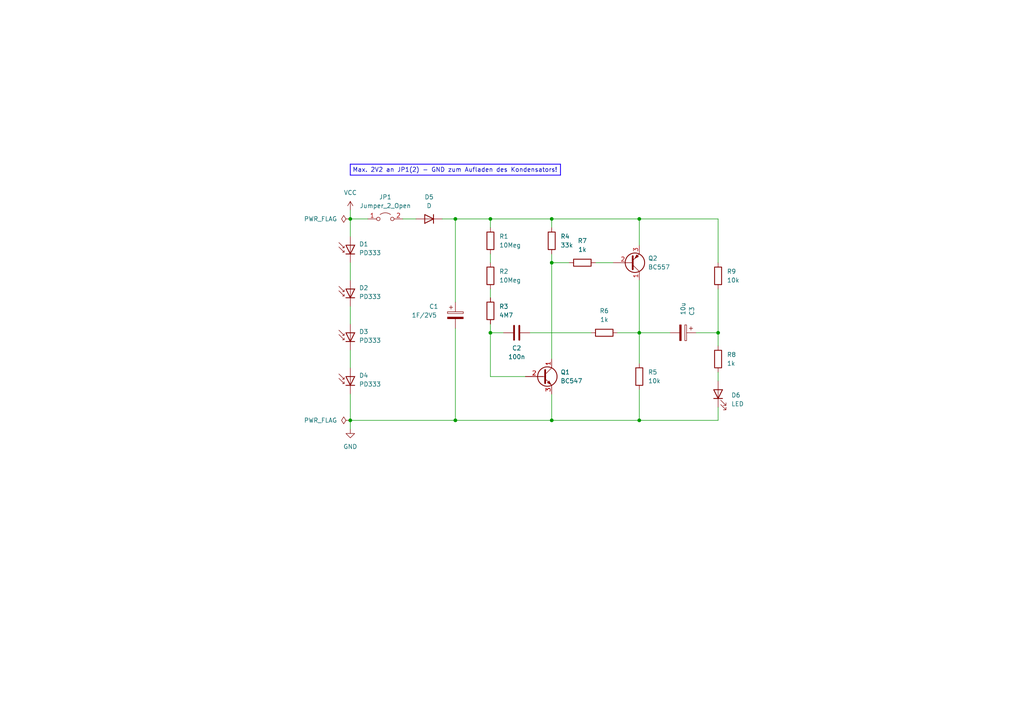
<source format=kicad_sch>
(kicad_sch (version 20230121) (generator eeschema)
  (paper "A4")
  (title_block (title "${acronym} - ${title}") (date "${date}") (rev "${revision}") (company "${company}") (comment 1 "${creator}") (comment 2 "${license}"))
  (lib_symbols
    (symbol "Device:C" (pin_numbers hide) (pin_names (offset 0.254))
      (property "Reference" "C" (at 0.635 2.54 0))
      (property "Value" "C" (at 0.635 -2.54 0))
      (symbol "C_0_1"
        (polyline (pts (xy -2.032 -0.762) (xy 2.032 -0.762)) (stroke (width 0.508)))
        (polyline (pts (xy -2.032 0.762) (xy 2.032 0.762)) (stroke (width 0.508)))
      )
      (symbol "C_1_1"
        (pin passive line (at 0 3.81 270) (length 2.794) (name "~") (number "1"))
        (pin passive line (at 0 -3.81 90) (length 2.794) (name "~") (number "2"))
      )
    )
    (symbol "Device:C_Polarized" (pin_numbers hide) (pin_names (offset 0.254))
      (property "Reference" "C" (at 0.635 2.54 0))
      (property "Value" "C_Polarized" (at 0.635 -2.54 0))
      (symbol "C_Polarized_0_1"
        (rectangle (start -2.286 0.508) (end 2.286 1.016))
        (polyline (pts (xy -1.778 2.286) (xy -0.762 2.286)))
        (polyline (pts (xy -1.27 2.794) (xy -1.27 1.778)))
        (rectangle (start 2.286 -0.508) (end -2.286 -1.016) (fill (type outline)))
      )
      (symbol "C_Polarized_1_1"
        (pin passive line (at 0 3.81 270) (length 2.794) (name "~") (number "1"))
        (pin passive line (at 0 -3.81 90) (length 2.794) (name "~") (number "2"))
      )
    )
    (symbol "Device:D" (pin_numbers hide) (pin_names (offset 1.016) hide)
      (property "Reference" "D" (at 0 2.54 0))
      (property "Value" "D" (at 0 -2.54 0))
      (symbol "D_0_1"
        (polyline (pts (xy -1.27 1.27) (xy -1.27 -1.27)) (stroke (width 0.254)))
        (polyline (pts (xy 1.27 0) (xy -1.27 0)))
        (polyline (pts (xy 1.27 1.27) (xy 1.27 -1.27) (xy -1.27 0) (xy 1.27 1.27)) (stroke (width 0.254)))
      )
      (symbol "D_1_1"
        (pin passive line (at -3.81 0 0) (length 2.54) (name "K") (number "1"))
        (pin passive line (at 3.81 0 180) (length 2.54) (name "A") (number "2"))
      )
    )
    (symbol "Device:D_Photo" (pin_numbers hide) (pin_names hide)
      (property "Reference" "D" (at 0.508 1.778 0))
      (property "Value" "D_Photo" (at -1.016 -2.794 0))
      (symbol "D_Photo_0_1"
        (polyline (pts (xy -2.54 1.27) (xy -2.54 -1.27)) (stroke (width 0.254)))
        (polyline (pts (xy -2.032 1.778) (xy -1.524 1.778)))
        (polyline (pts (xy 0 0) (xy -2.54 0)))
        (polyline (pts (xy -0.508 3.302) (xy -2.032 1.778) (xy -2.032 2.286)))
        (polyline (pts (xy 0 -1.27) (xy 0 1.27) (xy -2.54 0) (xy 0 -1.27)) (stroke (width 0.254)))
        (polyline (pts (xy 0.762 3.302) (xy -0.762 1.778) (xy -0.762 2.286) (xy -0.762 1.778) (xy -0.254 1.778)))
      )
      (symbol "D_Photo_1_1"
        (pin passive line (at -5.08 0 0) (length 2.54) (name "K") (number "1"))
        (pin passive line (at 2.54 0 180) (length 2.54) (name "A") (number "2"))
      )
    )
    (symbol "Device:LED" (pin_numbers hide) (pin_names (offset 1.016) hide)
      (property "Reference" "D" (at 0 2.54 0))
      (property "Value" "LED" (at 0 -2.54 0))
      (symbol "LED_0_1"
        (polyline (pts (xy -1.27 -1.27) (xy -1.27 1.27)) (stroke (width 0.254)))
        (polyline (pts (xy -1.27 0) (xy 1.27 0)))
        (polyline (pts (xy 1.27 -1.27) (xy 1.27 1.27) (xy -1.27 0) (xy 1.27 -1.27)) (stroke (width 0.254)))
        (polyline (pts (xy -3.048 -0.762) (xy -4.572 -2.286) (xy -3.81 -2.286) (xy -4.572 -2.286) (xy -4.572 -1.524)))
        (polyline (pts (xy -1.778 -0.762) (xy -3.302 -2.286) (xy -2.54 -2.286) (xy -3.302 -2.286) (xy -3.302 -1.524)))
      )
      (symbol "LED_1_1"
        (pin passive line (at -3.81 0 0) (length 2.54) (name "K") (number "1"))
        (pin passive line (at 3.81 0 180) (length 2.54) (name "A") (number "2"))
      )
    )
    (symbol "Device:R" (pin_numbers hide) (pin_names (offset 0))
      (property "Reference" "R" (at 2.032 0 90))
      (property "Value" "R" (at 0 0 90))
      (symbol "R_0_1"
        (rectangle (start -1.016 -2.54) (end 1.016 2.54) (stroke (width 0.254)))
      )
      (symbol "R_1_1"
        (pin passive line (at 0 3.81 270) (length 1.27) (name "~") (number "1"))
        (pin passive line (at 0 -3.81 90) (length 1.27) (name "~") (number "2"))
      )
    )
    (symbol "Jumper:Jumper_2_Open" (pin_names (offset 0) hide)
      (property "Reference" "JP" (at 0 2.794 0))
      (property "Value" "Jumper_2_Open" (at 0 -2.286 0))
      (symbol "Jumper_2_Open_0_0"
        (circle (center -2.032 0) (radius 0.508))
        (circle (center 2.032 0) (radius 0.508))
      )
      (symbol "Jumper_2_Open_0_1"
        (arc (start 1.524 1.27) (mid 0 1.778) (end -1.524 1.27))
      )
      (symbol "Jumper_2_Open_1_1"
        (pin passive line (at -5.08 0 0) (length 2.54) (name "A") (number "1"))
        (pin passive line (at 5.08 0 180) (length 2.54) (name "B") (number "2"))
      )
    )
    (symbol "Transistor_BJT:BC547" (pin_names (offset 0) hide)
      (property "Reference" "Q" (at 5.08 1.905 0))
      (property "Value" "BC547" (at 5.08 0 0))
      (symbol "BC547_0_1"
        (polyline (pts (xy 0 0) (xy 0.635 0)))
        (polyline (pts (xy 0.635 0.635) (xy 2.54 2.54)))
        (polyline (pts (xy 0.635 -0.635) (xy 2.54 -2.54) (xy 2.54 -2.54)))
        (polyline (pts (xy 0.635 1.905) (xy 0.635 -1.905) (xy 0.635 -1.905)) (stroke (width 0.508)))
        (polyline (pts (xy 1.27 -1.778) (xy 1.778 -1.27) (xy 2.286 -2.286) (xy 1.27 -1.778) (xy 1.27 -1.778)) (fill (type outline)))
        (circle (center 1.27 0) (radius 2.8194) (stroke (width 0.254)))
      )
      (symbol "BC547_1_1"
        (pin passive line (at 2.54 5.08 270) (length 2.54) (name "C") (number "1"))
        (pin input line (at -5.08 0 0) (length 5.08) (name "B") (number "2"))
        (pin passive line (at 2.54 -5.08 90) (length 2.54) (name "E") (number "3"))
      )
    )
    (symbol "Transistor_BJT:BC557" (pin_names (offset 0) hide)
      (property "Reference" "Q" (at 5.08 1.905 0))
      (property "Value" "BC557" (at 5.08 0 0))
      (symbol "BC557_0_1"
        (polyline (pts (xy 0.635 0.635) (xy 2.54 2.54)))
        (polyline (pts (xy 0.635 -0.635) (xy 2.54 -2.54) (xy 2.54 -2.54)))
        (polyline (pts (xy 0.635 1.905) (xy 0.635 -1.905) (xy 0.635 -1.905)) (stroke (width 0.508)))
        (polyline (pts (xy 2.286 -1.778) (xy 1.778 -2.286) (xy 1.27 -1.27) (xy 2.286 -1.778) (xy 2.286 -1.778)) (fill (type outline)))
        (circle (center 1.27 0) (radius 2.8194) (stroke (width 0.254)))
      )
      (symbol "BC557_1_1"
        (pin passive line (at 2.54 5.08 270) (length 2.54) (name "C") (number "1"))
        (pin input line (at -5.08 0 0) (length 5.715) (name "B") (number "2"))
        (pin passive line (at 2.54 -5.08 90) (length 2.54) (name "E") (number "3"))
      )
    )
    (symbol "power:GND" (power) (pin_names (offset 0))
      (property "Value" "GND" (at 0 -3.81 0))
      (symbol "GND_0_1"
        (polyline (pts (xy 0 0) (xy 0 -1.27) (xy 1.27 -1.27) (xy 0 -2.54) (xy -1.27 -1.27) (xy 0 -1.27)))
      )
      (symbol "GND_1_1"
        (pin power_in line (at 0 0 270) (length 0) hide (name "GND") (number "1"))
      )
    )
    (symbol "power:PWR_FLAG" (power) (pin_numbers hide) (pin_names (offset 0) hide)
      (property "Value" "PWR_FLAG" (at 0 3.81 0))
      (symbol "PWR_FLAG_0_0"
        (pin power_out line (at 0 0 90) (length 0) (name "pwr") (number "1"))
      )
      (symbol "PWR_FLAG_0_1"
        (polyline (pts (xy 0 0) (xy 0 1.27) (xy -1.016 1.905) (xy 0 2.54) (xy 1.016 1.905) (xy 0 1.27)))
      )
    )
    (symbol "power:VCC" (power) (pin_names (offset 0))
      (property "Value" "VCC" (at 0 3.81 0))
      (symbol "VCC_0_1"
        (polyline (pts (xy -0.762 1.27) (xy 0 2.54)))
        (polyline (pts (xy 0 0) (xy 0 2.54)))
        (polyline (pts (xy 0 2.54) (xy 0.762 1.27)))
      )
      (symbol "VCC_1_1"
        (pin power_in line (at 0 0 90) (length 0) hide (name "VCC") (number "1"))
      )
    )
  )
  (junction (at 185.42 63.5))
  (junction (at 132.08 121.92))
  (junction (at 185.42 96.52))
  (junction (at 160.02 63.5))
  (junction (at 101.6 121.92))
  (junction (at 142.24 96.52))
  (junction (at 208.28 96.52))
  (junction (at 132.08 63.5))
  (junction (at 142.24 63.5))
  (junction (at 185.42 121.92))
  (junction (at 101.6 63.5))
  (junction (at 160.02 76.2))
  (junction (at 160.02 121.92))
  (wire (pts (xy 185.42 63.5) (xy 185.42 71.12)))
  (wire (pts (xy 185.42 113.03) (xy 185.42 121.92)))
  (wire (pts (xy 201.93 96.52) (xy 208.28 96.52)))
  (polyline (pts (xy 162.56 47.625) (xy 162.56 50.8)) (stroke (width 0.25) (type solid) (color 31 0 255 1)))
  (wire (pts (xy 160.02 63.5) (xy 160.02 66.04)))
  (wire (pts (xy 185.42 96.52) (xy 194.31 96.52)))
  (wire (pts (xy 116.84 63.5) (xy 120.65 63.5)))
  (wire (pts (xy 142.24 109.22) (xy 142.24 96.52)))
  (wire (pts (xy 185.42 121.92) (xy 208.28 121.92)))
  (wire (pts (xy 160.02 114.3) (xy 160.02 121.92)))
  (wire (pts (xy 208.28 107.95) (xy 208.28 110.49)))
  (wire (pts (xy 101.6 76.2) (xy 101.6 81.28)))
  (wire (pts (xy 165.1 76.2) (xy 160.02 76.2)))
  (wire (pts (xy 101.6 101.6) (xy 101.6 106.68)))
  (wire (pts (xy 101.6 60.96) (xy 101.6 63.5)))
  (wire (pts (xy 142.24 73.66) (xy 142.24 76.2)))
  (wire (pts (xy 142.24 63.5) (xy 160.02 63.5)))
  (wire (pts (xy 208.28 83.82) (xy 208.28 96.52)))
  (wire (pts (xy 101.6 63.5) (xy 101.6 68.58)))
  (wire (pts (xy 153.67 96.52) (xy 171.45 96.52)))
  (wire (pts (xy 160.02 121.92) (xy 185.42 121.92)))
  (wire (pts (xy 208.28 63.5) (xy 208.28 76.2)))
  (wire (pts (xy 101.6 121.92) (xy 101.6 124.46)))
  (wire (pts (xy 152.4 109.22) (xy 142.24 109.22)))
  (wire (pts (xy 132.08 63.5) (xy 132.08 87.63)))
  (wire (pts (xy 142.24 83.82) (xy 142.24 86.36)))
  (wire (pts (xy 132.08 95.25) (xy 132.08 121.92)))
  (wire (pts (xy 185.42 63.5) (xy 208.28 63.5)))
  (wire (pts (xy 160.02 76.2) (xy 160.02 104.14)))
  (wire (pts (xy 101.6 88.9) (xy 101.6 93.98)))
  (wire (pts (xy 101.6 114.3) (xy 101.6 121.92)))
  (wire (pts (xy 101.6 121.92) (xy 132.08 121.92)))
  (wire (pts (xy 132.08 63.5) (xy 142.24 63.5)))
  (wire (pts (xy 160.02 76.2) (xy 160.02 73.66)))
  (wire (pts (xy 106.68 63.5) (xy 101.6 63.5)))
  (wire (pts (xy 142.24 93.98) (xy 142.24 96.52)))
  (wire (pts (xy 128.27 63.5) (xy 132.08 63.5)))
  (polyline (pts (xy 162.56 50.8) (xy 101.6 50.8)) (stroke (width 0.25) (type solid) (color 31 0 255 1)))
  (polyline (pts (xy 101.6 47.625) (xy 101.6 50.8)) (stroke (width 0.25) (type solid) (color 31 0 255 1)))
  (wire (pts (xy 132.08 121.92) (xy 160.02 121.92)))
  (wire (pts (xy 208.28 96.52) (xy 208.28 100.33)))
  (wire (pts (xy 208.28 118.11) (xy 208.28 121.92)))
  (wire (pts (xy 172.72 76.2) (xy 177.8 76.2)))
  (polyline (pts (xy 101.6 47.625) (xy 162.56 47.625)) (stroke (width 0.25) (type solid) (color 31 0 255 1)))
  (wire (pts (xy 160.02 63.5) (xy 185.42 63.5)))
  (wire (pts (xy 146.05 96.52) (xy 142.24 96.52)))
  (wire (pts (xy 185.42 81.28) (xy 185.42 96.52)))
  (wire (pts (xy 142.24 63.5) (xy 142.24 66.04)))
  (wire (pts (xy 179.07 96.52) (xy 185.42 96.52)))
  (wire (pts (xy 185.42 96.52) (xy 185.42 105.41)))
  (text "Max. 2V2 an JP1(2) - GND zum Aufladen des Kondensators!" (at 102.235 50.165 0) (effects (font (size 1.27 1.27)) (justify left bottom)))
  (symbol (lib_id "power:VCC") (at 101.6 60.96 0) (unit 1)
    (property "Reference" "#PWR0101" (effects hide))
    (property "Value" "VCC" (at 101.6 55.88 0))
  )
  (symbol (lib_id "Device:D_Photo") (at 101.6 83.82 90) (unit 1)
    (property "Reference" "D2" (at 104.14 83.5024 90) (effects (justify right)))
    (property "Value" "PD333" (at 104.14 86.0424 90) (effects (justify right)))
    (property "Footprint" "LED_THT:LED_D5.0mm" (effects hide))
    (property "Hersteller" "HTL" (effects hide))
    (property "Nummer" "103396" (effects hide))
  )
  (symbol (lib_id "Device:D") (at 124.46 63.5 180) (unit 1)
    (property "Reference" "D5" (at 124.46 57.15 0))
    (property "Value" "D" (at 124.46 59.69 0))
    (property "Footprint" "Diode_THT:D_A-405_P7.62mm_Horizontal" (effects hide))
    (property "Sim.Device" "D" (effects hide))
    (property "Sim.Pins" "1=K 2=A" (effects hide))
    (property "Hersteller" "HTL" (effects hide))
    (property "Nummer" "100179" (effects hide))
  )
  (symbol (lib_id "power:PWR_FLAG") (at 101.6 63.5 90) (unit 1)
    (property "Reference" "#FLG01" (effects hide))
    (property "Value" "PWR_FLAG" (at 97.79 63.4999 90) (effects (justify left)))
  )
  (symbol (lib_id "Transistor_BJT:BC557") (at 182.88 76.2 0) (mirror x) (unit 1)
    (property "Reference" "Q2" (at 187.96 74.9299 0) (effects (justify left)))
    (property "Value" "BC557" (at 187.96 77.4699 0) (effects (justify left)))
    (property "Footprint" "Package_TO_SOT_THT:TO-92_Inline_Wide" (effects hide))
    (property "Datasheet" "https://www.onsemi.com/pub/Collateral/BC556BTA-D.pdf" (effects hide))
    (property "Hersteller" "HTL" (effects hide))
    (property "Nummer" "100219" (effects hide))
  )
  (symbol (lib_id "Device:R") (at 185.42 109.22 0) (unit 1)
    (property "Reference" "R5" (at 187.96 107.9499 0) (effects (justify left)))
    (property "Value" "10k" (at 187.96 110.4899 0) (effects (justify left)))
    (property "Footprint" "Resistor_THT:R_Axial_DIN0207_L6.3mm_D2.5mm_P10.16mm_Horizontal" (effects hide))
    (property "Hersteller" "HTL" (effects hide))
    (property "Nummer" "102812" (effects hide))
  )
  (symbol (lib_id "Device:C_Polarized") (at 198.12 96.52 270) (unit 1)
    (property "Reference" "C3" (at 200.66 88.9 0) (effects (justify left)))
    (property "Value" "10u" (at 198.12 91.44 0) (effects (justify right)))
    (property "Footprint" "Capacitor_THT:CP_Radial_D5.0mm_P2.50mm" (effects hide))
    (property "Hersteller" "HTL" (effects hide))
    (property "Nummer" "100353" (effects hide))
  )
  (symbol (lib_id "Device:R") (at 160.02 69.85 0) (unit 1)
    (property "Reference" "R4" (at 162.56 68.5799 0) (effects (justify left)))
    (property "Value" "33k" (at 162.56 71.1199 0) (effects (justify left)))
    (property "Footprint" "Resistor_THT:R_Axial_DIN0207_L6.3mm_D2.5mm_P10.16mm_Horizontal" (effects hide))
    (property "Hersteller" "HTL" (effects hide))
    (property "Nummer" "102818" (effects hide))
  )
  (symbol (lib_id "Device:R") (at 175.26 96.52 90) (unit 1)
    (property "Reference" "R6" (at 175.26 90.17 90))
    (property "Value" "1k" (at 175.26 92.71 90))
    (property "Footprint" "Resistor_THT:R_Axial_DIN0207_L6.3mm_D2.5mm_P10.16mm_Horizontal" (effects hide))
    (property "Hersteller" "HTL" (effects hide))
    (property "Nummer" "102800" (effects hide))
  )
  (symbol (lib_id "Device:LED") (at 208.28 114.3 90) (unit 1)
    (property "Reference" "D6" (at 212.09 114.6174 90) (effects (justify right)))
    (property "Value" "LED" (at 212.09 117.1574 90) (effects (justify right)))
    (property "Footprint" "LED_THT:LED_D5.0mm" (effects hide))
    (property "Hersteller" "HTL" (effects hide))
    (property "Nummer" "100444" (effects hide))
  )
  (symbol (lib_id "Device:D_Photo") (at 101.6 109.22 90) (unit 1)
    (property "Reference" "D4" (at 104.14 108.9024 90) (effects (justify right)))
    (property "Value" "PD333" (at 104.14 111.4424 90) (effects (justify right)))
    (property "Footprint" "LED_THT:LED_D5.0mm" (effects hide))
    (property "Hersteller" "HTL" (effects hide))
    (property "Nummer" "103396" (effects hide))
  )
  (symbol (lib_id "Device:D_Photo") (at 101.6 71.12 90) (unit 1)
    (property "Reference" "D1" (at 104.14 70.8024 90) (effects (justify right)))
    (property "Value" "PD333" (at 104.14 73.3424 90) (effects (justify right)))
    (property "Footprint" "LED_THT:LED_D5.0mm" (effects hide))
    (property "Hersteller" "HTL" (effects hide))
    (property "Nummer" "103396" (effects hide))
  )
  (symbol (lib_id "Device:R") (at 142.24 80.01 0) (unit 1)
    (property "Reference" "R2" (at 144.78 78.74 0) (effects (justify left)))
    (property "Value" "10Meg" (at 144.78 81.28 0) (effects (justify left)))
    (property "Footprint" "Resistor_THT:R_Axial_DIN0207_L6.3mm_D2.5mm_P10.16mm_Horizontal" (effects hide))
    (property "Hersteller" "HTL" (effects hide))
    (property "Nummer" "102845" (effects hide))
  )
  (symbol (lib_id "Device:R") (at 142.24 69.85 0) (unit 1)
    (property "Reference" "R1" (at 144.78 68.58 0) (effects (justify left)))
    (property "Value" "10Meg" (at 144.78 71.12 0) (effects (justify left)))
    (property "Footprint" "Resistor_THT:R_Axial_DIN0207_L6.3mm_D2.5mm_P10.16mm_Horizontal" (effects hide))
    (property "Hersteller" "HTL" (effects hide))
    (property "Nummer" "102845" (effects hide))
  )
  (symbol (lib_id "Transistor_BJT:BC547") (at 157.48 109.22 0) (unit 1)
    (property "Reference" "Q1" (at 162.56 107.9499 0) (effects (justify left)))
    (property "Value" "BC547" (at 162.56 110.4899 0) (effects (justify left)))
    (property "Footprint" "Package_TO_SOT_THT:TO-92_Inline_Wide" (effects hide))
    (property "Datasheet" "https://www.onsemi.com/pub/Collateral/BC550-D.pdf" (effects hide))
    (property "Hersteller" "HTL" (effects hide))
    (property "Nummer" "100215" (effects hide))
  )
  (symbol (lib_id "Device:C_Polarized") (at 132.08 91.44 0) (unit 1)
    (property "Reference" "C1" (at 124.46 88.9 0) (effects (justify left)))
    (property "Value" "1F/2V5" (at 119.38 91.44 0) (effects (justify left)))
    (property "Footprint" "Capacitor_THT:CP_Radial_D6.3mm_P2.50mm" (effects hide))
    (property "Hersteller" "HTL" (effects hide))
    (property "Nummer" "103397" (effects hide))
  )
  (symbol (lib_id "Device:R") (at 142.24 90.17 0) (unit 1)
    (property "Reference" "R3" (at 144.78 88.8999 0) (effects (justify left)))
    (property "Value" "4M7" (at 144.78 91.4399 0) (effects (justify left)))
    (property "Footprint" "Resistor_THT:R_Axial_DIN0207_L6.3mm_D2.5mm_P10.16mm_Horizontal" (effects hide))
    (property "Hersteller" "HTL" (effects hide))
    (property "Nummer" "102844" (effects hide))
  )
  (symbol (lib_id "Device:C") (at 149.86 96.52 90) (unit 1)
    (property "Reference" "C2" (at 149.86 100.965 90))
    (property "Value" "100n" (at 149.86 103.505 90))
    (property "Footprint" "Capacitor_THT:C_Disc_D3.8mm_W2.6mm_P2.50mm" (effects hide))
    (property "Hersteller" "HTL" (effects hide))
    (property "Nummer" "103390" (effects hide))
  )
  (symbol (lib_id "Device:R") (at 208.28 104.14 0) (unit 1)
    (property "Reference" "R8" (at 210.82 102.8699 0) (effects (justify left)))
    (property "Value" "1k" (at 210.82 105.4099 0) (effects (justify left)))
    (property "Footprint" "Resistor_THT:R_Axial_DIN0207_L6.3mm_D2.5mm_P10.16mm_Horizontal" (effects hide))
    (property "Hersteller" "HTL" (effects hide))
    (property "Nummer" "102800" (effects hide))
  )
  (symbol (lib_id "Jumper:Jumper_2_Open") (at 111.76 63.5 0) (unit 1)
    (property "Reference" "JP1" (at 111.76 57.15 0))
    (property "Value" "Jumper_2_Open" (at 111.76 59.69 0))
    (property "Footprint" "Connector_PinHeader_2.54mm:PinHeader_1x02_P2.54mm_Vertical" (effects hide))
    (property "Hersteller" "HTL" (effects hide))
    (property "Nummer" "101521" (effects hide))
  )
  (symbol (lib_id "Device:R") (at 168.91 76.2 90) (unit 1)
    (property "Reference" "R7" (at 168.91 69.85 90))
    (property "Value" "1k" (at 168.91 72.39 90))
    (property "Footprint" "Resistor_THT:R_Axial_DIN0207_L6.3mm_D2.5mm_P10.16mm_Horizontal" (effects hide))
    (property "Hersteller" "HTL" (effects hide))
    (property "Nummer" "102800" (effects hide))
  )
  (symbol (lib_id "Device:D_Photo") (at 101.6 96.52 90) (unit 1)
    (property "Reference" "D3" (at 104.14 96.2024 90) (effects (justify right)))
    (property "Value" "PD333" (at 104.14 98.7424 90) (effects (justify right)))
    (property "Footprint" "LED_THT:LED_D5.0mm" (effects hide))
    (property "Hersteller" "HTL" (effects hide))
    (property "Nummer" "103396" (effects hide))
  )
  (symbol (lib_id "Device:R") (at 208.28 80.01 0) (unit 1)
    (property "Reference" "R9" (at 210.82 78.7399 0) (effects (justify left)))
    (property "Value" "10k" (at 210.82 81.2799 0) (effects (justify left)))
    (property "Footprint" "Resistor_THT:R_Axial_DIN0207_L6.3mm_D2.5mm_P10.16mm_Horizontal" (effects hide))
    (property "Hersteller" "HTL" (effects hide))
    (property "Nummer" "102812" (effects hide))
  )
  (symbol (lib_id "power:PWR_FLAG") (at 101.6 121.92 90) (unit 1)
    (property "Reference" "#FLG02" (effects hide))
    (property "Value" "PWR_FLAG" (at 97.79 121.9199 90) (effects (justify left)))
  )
  (symbol (lib_id "power:GND") (at 101.6 124.46 0) (unit 1)
    (property "Reference" "#PWR0102" (effects hide))
    (property "Value" "GND" (at 101.6 129.54 0))
  )
)
</source>
